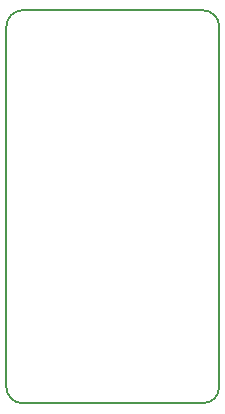
<source format=gm1>
G04 #@! TF.GenerationSoftware,KiCad,Pcbnew,(5.1.6)-1*
G04 #@! TF.CreationDate,2020-06-11T17:33:57+01:00*
G04 #@! TF.ProjectId,nrfmicro,6e72666d-6963-4726-9f2e-6b696361645f,rev?*
G04 #@! TF.SameCoordinates,Original*
G04 #@! TF.FileFunction,Profile,NP*
%FSLAX46Y46*%
G04 Gerber Fmt 4.6, Leading zero omitted, Abs format (unit mm)*
G04 Created by KiCad (PCBNEW (5.1.6)-1) date 2020-06-11 17:33:57*
%MOMM*%
%LPD*%
G01*
G04 APERTURE LIST*
G04 #@! TA.AperFunction,Profile*
%ADD10C,0.150000*%
G04 #@! TD*
G04 APERTURE END LIST*
D10*
X94784533Y-109812775D02*
G75*
G02*
X96181533Y-108415775I1397000J0D01*
G01*
X96181533Y-108415775D02*
X111421533Y-108415775D01*
X96181533Y-141689775D02*
G75*
G02*
X94784533Y-140292775I0J1397000D01*
G01*
X94784533Y-140292775D02*
X94784533Y-109812775D01*
X112818533Y-140292775D02*
X112818533Y-109812775D01*
X112818533Y-140292775D02*
G75*
G02*
X111421533Y-141689775I-1397000J0D01*
G01*
X111421533Y-141689775D02*
X96181533Y-141689775D01*
X111421533Y-108415775D02*
G75*
G02*
X112818533Y-109812775I0J-1397000D01*
G01*
X111421533Y-108415775D02*
X111421533Y-108415775D01*
M02*

</source>
